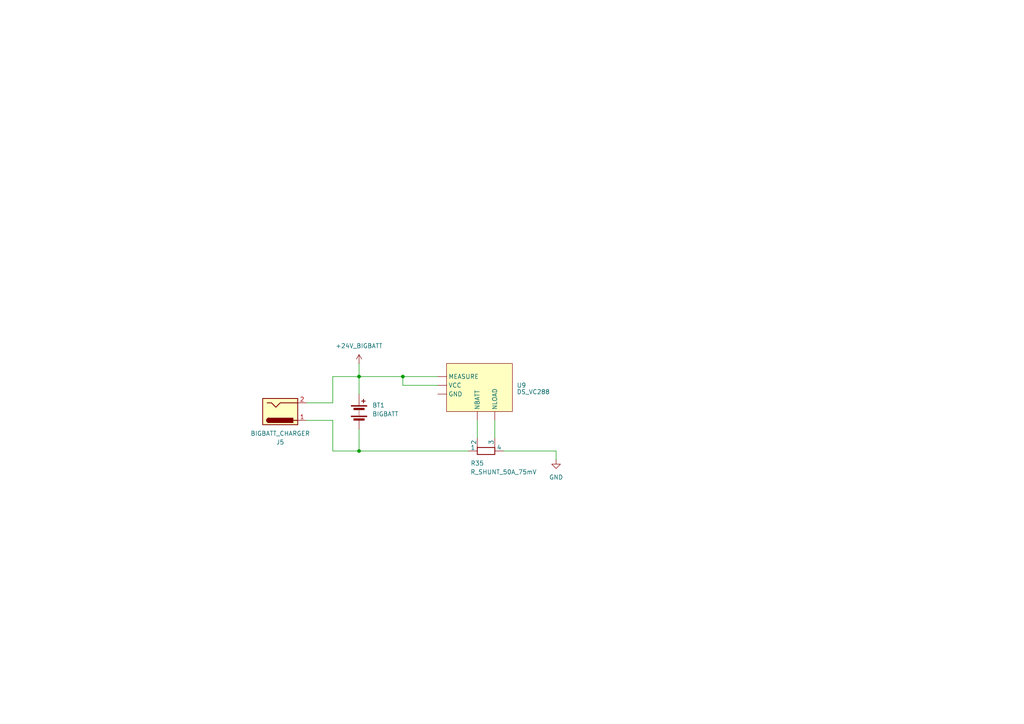
<source format=kicad_sch>
(kicad_sch (version 20231120) (generator "eeschema") (generator_version "8.0")
  (paper "A4")
  (lib_symbols
    (symbol "Connector:Barrel_Jack" (pin_names (offset 1.016))
      (property "Reference" "J" (at 0 5.334 0))
      (property "Value" "Barrel_Jack" (at 0 -5.08 0))
      (symbol "Barrel_Jack_0_1"
        (rectangle (start -5.08 3.81) (end 5.08 -3.81) (stroke (width 0.254)) (fill (type background)))
        (arc (start -3.302 3.175) (mid -3.9343 2.54) (end -3.302 1.905) (stroke (width 0.254)))
        (arc (start -3.302 3.175) (mid -3.9343 2.54) (end -3.302 1.905) (stroke (width 0.254)) (fill (type outline)))
        (polyline (pts (xy 5.08 2.54) (xy 3.81 2.54)) (stroke (width 0.254)))
        (polyline (pts (xy -3.81 -2.54) (xy -2.54 -2.54) (xy -1.27 -1.27) (xy 0 -2.54) (xy 2.54 -2.54) (xy 5.08 -2.54)) (stroke (width 0.254)))
        (rectangle (start 3.683 3.175) (end -3.302 1.905) (stroke (width 0.254)) (fill (type outline)))
      )
      (symbol "Barrel_Jack_1_1"
        (pin passive line (at 7.62 2.54 180) (length 2.54) (name "~") (number "1"))
        (pin passive line (at 7.62 -2.54 180) (length 2.54) (name "~") (number "2"))
      )
    )
    (symbol "Device:Battery" (pin_numbers hide) (pin_names (offset 0) hide)
      (property "Reference" "BT" (at 2.54 2.54 0))
      (property "Value" "Battery" (at 2.54 0 0))
      (symbol "Battery_0_1"
        (rectangle (start -2.286 -1.27) (end 2.286 -1.524) (fill (type outline)))
        (rectangle (start -2.286 1.778) (end 2.286 1.524) (fill (type outline)))
        (rectangle (start -1.524 -2.032) (end 1.524 -2.54) (fill (type outline)))
        (rectangle (start -1.524 1.016) (end 1.524 0.508) (fill (type outline)))
        (polyline (pts (xy 0 -1.016) (xy 0 -0.762)))
        (polyline (pts (xy 0 -0.508) (xy 0 -0.254)))
        (polyline (pts (xy 0 0) (xy 0 0.254)))
        (polyline (pts (xy 0 1.778) (xy 0 2.54)))
        (polyline (pts (xy 0.762 3.048) (xy 1.778 3.048)) (stroke (width 0.254)))
        (polyline (pts (xy 1.27 3.556) (xy 1.27 2.54)) (stroke (width 0.254)))
      )
      (symbol "Battery_1_1"
        (pin passive line (at 0 5.08 270) (length 2.54) (name "+") (number "1"))
        (pin passive line (at 0 -5.08 90) (length 2.54) (name "-") (number "2"))
      )
    )
    (symbol "Device:R_Shunt" (pin_numbers hide) (pin_names (offset 0))
      (property "Reference" "R" (at -4.445 0 90))
      (property "Value" "R_Shunt" (at -2.54 0 90))
      (symbol "R_Shunt_0_1"
        (rectangle (start -1.016 -2.54) (end 1.016 2.54) (stroke (width 0.254)))
        (polyline (pts (xy 0 -2.54) (xy 1.27 -2.54)))
        (polyline (pts (xy 1.27 2.54) (xy 0 2.54)))
      )
      (symbol "R_Shunt_1_1"
        (pin passive line (at 0 5.08 270) (length 2.54) (name "1") (number "1"))
        (pin passive line (at 3.81 2.54 180) (length 2.54) (name "2") (number "2"))
        (pin passive line (at 3.81 -2.54 180) (length 2.54) (name "3") (number "3"))
        (pin passive line (at 0 -5.08 90) (length 2.54) (name "4") (number "4"))
      )
    )
    (symbol "ds-vc288:DS-VC288"
      (property "Reference" "U" (at -3.556 1.524 0))
      (symbol "DS-VC288_1_1"
        (rectangle (start -2.54 13.97) (end 16.51 0) (fill (type background)))
        (pin input line (at -5.08 5.08 0) (length 2.54) (name "GND") (number ""))
        (pin input line (at -5.08 10.16 0) (length 2.54) (name "MEASURE") (number ""))
        (pin input line (at 6.35 -2.54 90) (length 2.54) (name "NBATT") (number ""))
        (pin output line (at 11.43 -2.54 90) (length 2.54) (name "NLOAD") (number ""))
        (pin input line (at -5.08 7.62 0) (length 2.54) (name "VCC") (number ""))
      )
    )
    (symbol "power:GND" (power) (pin_numbers hide) (pin_names (offset 0) hide)
      (property "Value" "GND" (at 0 -3.81 0))
      (symbol "GND_0_1"
        (polyline (pts (xy 0 0) (xy 0 -1.27) (xy 1.27 -1.27) (xy 0 -2.54) (xy -1.27 -1.27) (xy 0 -1.27)))
      )
      (symbol "GND_1_1"
        (pin power_in line (at 0 0 270) (length 0) (name "~") (number "1"))
      )
    )
    (symbol "power:VAA" (power) (pin_numbers hide) (pin_names (offset 0) hide)
      (property "Value" "VAA" (at 0 3.556 0))
      (symbol "VAA_0_1"
        (polyline (pts (xy -0.762 1.27) (xy 0 2.54)))
        (polyline (pts (xy 0 0) (xy 0 2.54)))
        (polyline (pts (xy 0 2.54) (xy 0.762 1.27)))
      )
      (symbol "VAA_1_1"
        (pin power_in line (at 0 0 90) (length 0) (name "~") (number "1"))
      )
    )
  )
  (junction (at 116.84 109.22))
  (junction (at 104.14 130.81))
  (junction (at 104.14 109.22))
  (wire (pts (xy 88.9 121.92) (xy 96.52 121.92)))
  (wire (pts (xy 127 111.76) (xy 116.84 111.76)))
  (wire (pts (xy 161.29 133.35) (xy 161.29 130.81)))
  (wire (pts (xy 96.52 116.84) (xy 88.9 116.84)))
  (wire (pts (xy 104.14 130.81) (xy 135.89 130.81)))
  (wire (pts (xy 146.05 130.81) (xy 161.29 130.81)))
  (wire (pts (xy 96.52 121.92) (xy 96.52 130.81)))
  (wire (pts (xy 104.14 109.22) (xy 116.84 109.22)))
  (wire (pts (xy 116.84 111.76) (xy 116.84 109.22)))
  (wire (pts (xy 104.14 124.46) (xy 104.14 130.81)))
  (wire (pts (xy 96.52 130.81) (xy 104.14 130.81)))
  (wire (pts (xy 104.14 105.41) (xy 104.14 109.22)))
  (wire (pts (xy 96.52 109.22) (xy 104.14 109.22)))
  (wire (pts (xy 96.52 116.84) (xy 96.52 109.22)))
  (wire (pts (xy 138.43 121.92) (xy 138.43 127)))
  (wire (pts (xy 143.51 121.92) (xy 143.51 127)))
  (wire (pts (xy 104.14 109.22) (xy 104.14 114.3)))
  (wire (pts (xy 116.84 109.22) (xy 127 109.22)))
  (symbol (lib_id "power:GND") (at 161.29 133.35 0) (unit 1)
    (property "Reference" "#PWR039" (effects (hide yes)))
    (property "Value" "GND" (at 161.29 138.43 0))
    (property "Description" "Power symbol creates a global label with name \"GND\" , ground" (effects (hide yes)))
  )
  (symbol (lib_id "Device:Battery") (at 104.14 119.38 0) (unit 1)
    (property "Reference" "BT1" (at 107.95 117.5384 0) (effects (justify left)))
    (property "Value" "BIGBATT" (at 107.95 120.0784 0) (effects (justify left)))
    (property "Description" "Multiple-cell battery" (effects (hide yes)))
  )
  (symbol (lib_id "ds-vc288:DS-VC288") (at 132.08 119.38 0) (unit 1)
    (property "Reference" "U9" (at 149.86 111.7599 0) (effects (justify left)))
    (property "Value" "DS_VC288" (at 149.86 113.665 0) (effects (justify left)))
  )
  (symbol (lib_id "Connector:Barrel_Jack") (at 81.28 119.38 0) (mirror x) (unit 1)
    (property "Reference" "J5" (at 81.28 128.27 0))
    (property "Value" "BIGBATT_CHARGER" (at 81.28 125.73 0))
    (property "Description" "DC Barrel Jack" (effects (hide yes)))
  )
  (symbol (lib_id "Device:R_Shunt") (at 140.97 130.81 90) (unit 1)
    (property "Reference" "R35" (at 138.43 134.366 90))
    (property "Value" "R_SHUNT_50A_75mV" (at 146.05 136.906 90))
    (property "Description" "Shunt resistor" (effects (hide yes)))
  )
  (symbol (lib_id "power:VAA") (at 104.14 105.41 0) (unit 1)
    (property "Reference" "#PWR059" (effects (hide yes)))
    (property "Value" "+24V_BIGBATT" (at 104.14 100.33 0))
    (property "Description" "Power symbol creates a global label with name \"VAA\"" (effects (hide yes)))
  )
)
</source>
